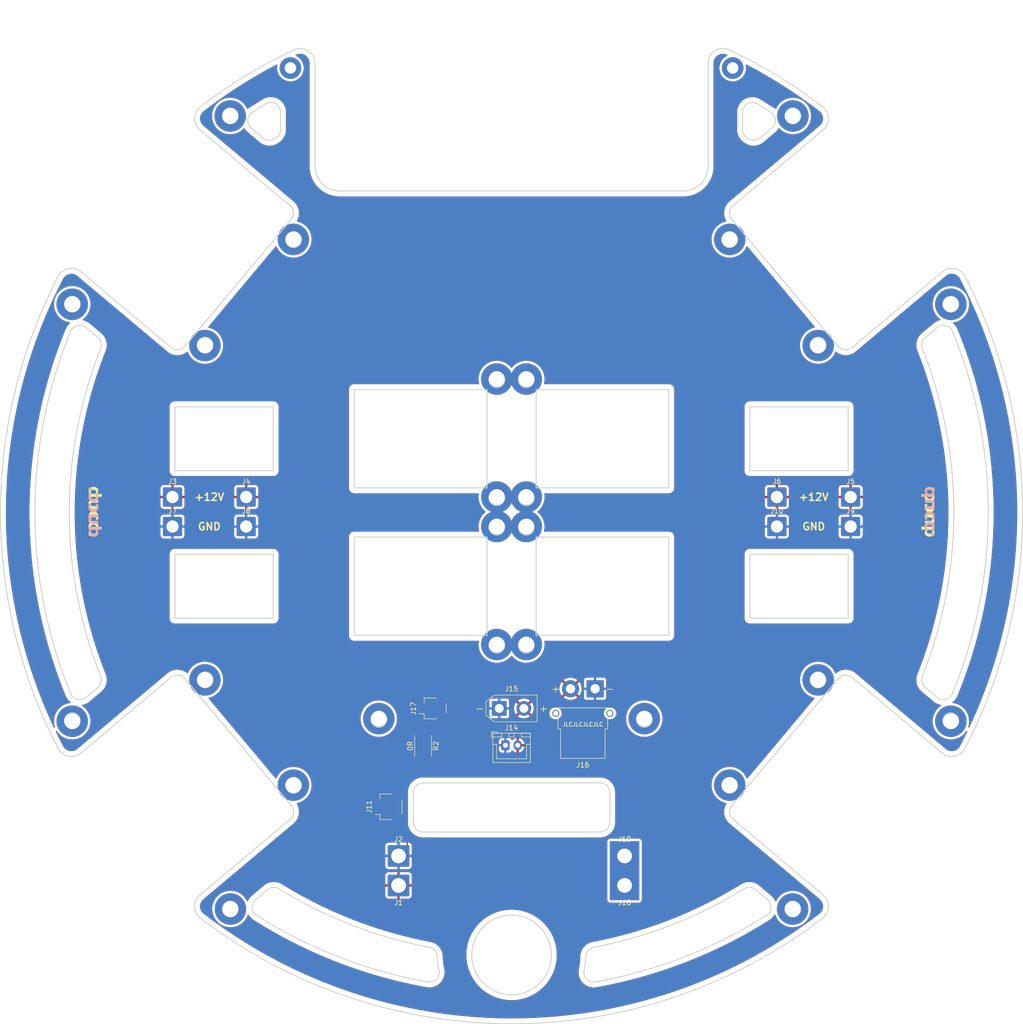
<source format=kicad_pcb>
(kicad_pcb (version 20221018) (generator pcbnew)
  (title_block (title "layer 2 pcb drawing") (date "2023-11-10") (company "8076ducc Robotics Competition Team"))
  (layers (0 "F.Cu" signal) (31 "B.Cu" signal) (34 "B.Paste" user) (35 "F.Paste" user) (36 "B.SilkS" user "B.Silkscreen") (37 "F.SilkS" user "F.Silkscreen") (38 "B.Mask" user) (39 "F.Mask" user) (44 "Edge.Cuts" user))
  (net 0 "")
  (net 1 "+12V")
  (net 2 "GND")
  (net 3 "/BATT")
  (net 4 "+3V3")
  (net 5 "Net-(J17-Pin_1)")
  (footprint "Connector_JST:JST_XH_B2B-XH-A_1x02_P2.50mm_Vertical" (layer "F.Cu") (at 103.75 152.5)
    (fp_text reference "J14" (at 1.25 -3.55) (layer "F.SilkS"))
    (fp_text value "XH2.54 2P")
    (pad "1" thru_hole roundrect (at 0 0) (size 1.7 2) (drill 1) (layers "*.Cu" "*.Mask") (roundrect_rratio 0.1470588235) (net 2 "GND"))
    (pad "2" thru_hole oval (at 2.5 0) (size 1.7 2) (drill 1) (layers "*.Cu" "*.Mask") (net 1 "+12V"))
  )
  (footprint "Connector_JST:JST_SH_SM02B-SRSS-TB_1x02-1MP_P1.00mm_Horizontal" (layer "F.Cu") (at 89 145 90)
    (fp_text reference "J17" (at 0 -3.98 90) (layer "F.SilkS"))
    (fp_text value "SH1.0 2P")
    (pad "1" smd roundrect (at -0.5 -2 90) (size 0.6 1.55) (layers "F.Cu" "F.Paste" "F.Mask") (net 5 "Net-(J17-Pin_1)"))
    (pad "2" smd roundrect (at 0.5 -2 90) (size 0.6 1.55) (layers "F.Cu" "F.Paste" "F.Mask") (net 5 "Net-(J17-Pin_1)"))
    (pad "MP" smd roundrect (at -1.8 1.875 90) (size 1.2 1.8) (layers "F.Cu" "F.Paste" "F.Mask") (roundrect_rratio 0.2083333333))
    (pad "MP" smd roundrect (at 1.8 1.875 90) (size 1.2 1.8) (layers "F.Cu" "F.Paste" "F.Mask") (roundrect_rratio 0.2083333333))
  )
  (footprint "Connector_Wire:SolderWire-2.5sqmm_1x01_D2.4mm_OD4.4mm" (layer "F.Cu") (at 128 181)
    (fp_text reference "J18" (at 0 3.5) (layer "F.SilkS"))
    (fp_text value "Conn_01x01_Female")
    (pad "1" thru_hole roundrect (at 0 0) (size 4.4 4.4) (drill 3) (layers "*.Cu" "*.Mask") (roundrect_rratio 0.05681795455) (net 3 "/BATT"))
  )
  (footprint "Connector_Wire:SolderWire-2.5sqmm_1x01_D2.4mm_OD4.4mm" (layer "F.Cu") (at 82 175)
    (fp_text reference "J2" (at 0 -3.4) (layer "F.SilkS"))
    (fp_text value "Conn_01x01_Female")
    (pad "1" thru_hole roundrect (at 0 0) (size 4.4 4.4) (drill 3) (layers "*.Cu" "*.Mask") (roundrect_rratio 0.05681795455) (net 2 "GND"))
  )
  (footprint "Connector_Wire:SolderWire-2sqmm_1x01_D2mm_OD3.9mm" (layer "F.Cu") (at 174 108)
    (fp_text reference "J9" (at 0 -3.15) (layer "F.SilkS"))
    (fp_text value "Conn_01x01_Female")
    (pad "1" thru_hole roundrect (at 0 0) (size 3.9 3.9) (drill 2.5) (layers "*.Cu" "*.Mask") (roundrect_rratio 0.06410307692) (net 2 "GND"))
  )
  (footprint "MountingHole:MountingHole_3.2mm_M3_Pad" (layer "F.Cu") (at 102 78)
    (fp_text reference "H17")
    (fp_text value "MountingHole")
    (pad "1" thru_hole circle (at 0 0) (size 6.4 6.4) (drill 3.2) (layers "*.Cu" "*.Mask"))
  )
  (footprint "MountingHole:MountingHole_3.2mm_M3_Pad" (layer "F.Cu") (at 102 108)
    (fp_text reference "H23")
    (fp_text value "MountingHole")
    (pad "1" thru_hole circle (at 0 0) (size 6.4 6.4) (drill 3.2) (layers "*.Cu" "*.Mask"))
  )
  (footprint "MountingHole:MountingHole_3.2mm_M3_Pad" (layer "F.Cu") (at 167.4 71.1913)
    (fp_text reference "H12")
    (fp_text value "MountingHole")
    (pad "1" thru_hole circle (at 0 0) (size 6.4 6.4) (drill 3.2) (layers "*.Cu" "*.Mask"))
  )
  (footprint "MountingHole:MountingHole_3.2mm_M3_Pad" (layer "F.Cu") (at 132.012016 147.075539)
    (fp_text reference "H26")
    (fp_text value "MountingHole")
    (pad "1" thru_hole circle (at 0 0) (size 6.4 6.4) (drill 3.2) (layers "*.Cu" "*.Mask"))
  )
  (footprint "Connector_AMASS:AMASS_XT30UPB-F_1x02_P5.0mm_Vertical" (layer "F.Cu") (at 102.5 145)
    (fp_text reference "J15" (at 2.5 -4) (layer "F.SilkS"))
    (fp_text value "XT30UPB-F")
    (fp_text user "-" (at -4 0) (layer "F.SilkS") (effects (font (size 1.5 1.5))))
    (fp_text user "+" (at 9 0) (layer "F.SilkS") (effects (font (size 1.5 1.5))))
    (pad "1" thru_hole rect (at 0 0) (size 3 3) (drill 1.8) (layers "*.Cu" "*.Mask") (net 2 "GND"))
    (pad "2" thru_hole circle (at 5 0) (size 3 3) (drill 1.8) (layers "*.Cu" "*.Mask") (net 1 "+12V"))
  )
  (footprint "Resistor_SMD:R_2512_6332Metric" (layer "F.Cu") (at 87 152.6375 -90)
    (fp_text reference "R2" (at 0 -2.62 -90) (layer "F.SilkS"))
    (fp_text value "0R" (at 0 2.62 -90) (layer "F.SilkS"))
    (pad "1" smd roundrect (at -2.9625 0 270) (size 1.225 3.35) (layers "F.Cu" "F.Paste" "F.Mask") (roundrect_rratio 0.2040816327) (net 5 "Net-(J17-Pin_1)"))
    (pad "2" smd roundrect (at 2.9625 0 270) (size 1.225 3.35) (layers "F.Cu" "F.Paste" "F.Mask") (roundrect_rratio 0.2040816327) (net 2 "GND"))
  )
  (footprint "MountingHole:MountingHole_2.2mm_M2_Pad" (layer "F.Cu") (at 60 14.75)
    (fp_text reference "H33")
    (fp_text value "MountingHole")
    (pad "1" thru_hole circle (at 0 0) (size 4.4 4.4) (drill 2.2) (layers "*.Cu" "*.Mask"))
  )
  (footprint "MountingHole:MountingHole_3.2mm_M3_Pad" (layer "F.Cu") (at 77.987984 147.075539)
    (fp_text reference "H25")
    (fp_text value "MountingHole")
    (pad "1" thru_hole circle (at 0 0) (size 6.4 6.4) (drill 3.2) (layers "*.Cu" "*.Mask"))
  )
  (footprint "MountingHole:MountingHole_3.2mm_M3_Pad" (layer "F.Cu") (at 42.6 139.2)
    (fp_text reference "H16")
    (fp_text value "MountingHole")
    (pad "1" thru_hole circle (at 0 0) (size 6.4 6.4) (drill 3.2) (layers "*.Cu" "*.Mask"))
  )
  (footprint "Connector_AMASS:AMASS_XT30PW-F_1x02_P2.50mm_Horizontal" (layer "F.Cu") (at 122 141 180)
    (fp_text reference "J16" (at 2.5 -15.5) (layer "F.SilkS"))
    (fp_text value "XT30PW-F")
    (fp_text user "+" (at 8 0) (layer "F.SilkS") (effects (font (size 1.5 1.5))))
    (fp_text user "-" (at -3 0) (layer "F.SilkS") (effects (font (size 1.5 1.5))))
    (pad "" thru_hole circle (at -3 -5 270) (size 1.4 1.4) (drill 1) (layers "*.Cu" "*.Mask"))
    (pad "" thru_hole circle (at 8 -5 180) (size 1.4 1.4) (drill 1) (layers "*.Cu" "*.Mask"))
    (pad "1" thru_hole rect (at 0 0 180) (size 3.5 3.5) (drill 1.9) (layers "*.Cu" "*.Mask") (net 2 "GND"))
    (pad "2" thru_hole circle (at 5 0 180) (size 3.5 3.5) (drill 1.9) (layers "*.Cu" "*.Mask") (net 1 "+12V"))
  )
  (footprint "MountingHole:MountingHole_3.2mm_M3_Pad" (layer "F.Cu") (at 108 108)
    (fp_text reference "H21")
    (fp_text value "MountingHole")
    (pad "1" thru_hole circle (at 0 0) (size 6.4 6.4) (drill 3.2) (layers "*.Cu" "*.Mask"))
  )
  (footprint "MountingHole:MountingHole_3.2mm_M3_Pad" (layer "F.Cu") (at 47.75 24.5)
    (fp_text reference "H1")
    (fp_text value "MountingHole")
    (pad "1" thru_hole circle (at 0 0) (size 6.4 6.4) (drill 3.2) (layers "*.Cu" "*.Mask"))
  )
  (footprint "Connector_Wire:SolderWire-2sqmm_1x01_D2mm_OD3.9mm" (layer "F.Cu") (at 51 108)
    (fp_text reference "J8" (at 0 -3.15) (layer "F.SilkS"))
    (fp_text value "Conn_01x01_Female")
    (pad "1" thru_hole roundrect (at 0 0) (size 3.9 3.9) (drill 2.5) (layers "*.Cu" "*.Mask") (roundrect_rratio 0.06410307692) (net 2 "GND"))
  )
  (footprint "MountingHole:MountingHole_3.2mm_M3_Pad" (layer "F.Cu") (at 42.6 71.1913)
    (fp_text reference "H9")
    (fp_text value "MountingHole")
    (pad "1" thru_hole circle (at 0 0) (size 6.4 6.4) (drill 3.2) (layers "*.Cu" "*.Mask"))
  )
  (footprint "Connector_JST:JST_SH_SM03B-SRSS-TB_1x03-1MP_P1.00mm_Horizontal" (layer "F.Cu") (at 80 165 90)
    (fp_text reference "J11" (at 0 -3.98 90) (layer "F.SilkS"))
    (fp_text value "SH1.0 3P")
    (pad "1" smd roundrect (at -1 -2 90) (size 0.6 1.55) (layers "F.Cu" "F.Paste" "F.Mask") (net 2 "GND"))
    (pad "2" smd roundrect (at 0 -2 90) (size 0.6 1.55) (layers "F.Cu" "F.Paste" "F.Mask") (net 2 "GND"))
    (pad "3" smd roundrect (at 1 -2 90) (size 0.6 1.55) (layers "F.Cu" "F.Paste" "F.Mask") (net 4 "+3V3"))
    (pad "MP" smd roundrect (at -2.3 1.875 90) (size 1.2 1.8) (layers "F.Cu" "F.Paste" "F.Mask") (roundrect_rratio 0.2083333333))
    (pad "MP" smd roundrect (at 2.3 1.875 90) (size 1.2 1.8) (layers "F.Cu" "F.Paste" "F.Mask") (roundrect_rratio 0.2083333333))
  )
  (footprint "MountingHole:MountingHole_2.2mm_M2_Pad" (layer "F.Cu") (at 150 14.75)
    (fp_text reference "H34")
    (fp_text value "MountingHole")
    (pad "1" thru_hole circle (at 0 0) (size 4.4 4.4) (drill 2.2) (layers "*.Cu" "*.Mask"))
  )
  (footprint "Connector_Wire:SolderWire-2.5sqmm_1x01_D2.4mm_OD4.4mm" (layer "F.Cu") (at 128 175)
    (fp_text reference "J19" (at 0 -3.4) (layer "F.SilkS"))
    (fp_text value "Conn_01x01_Female")
    (pad "1" thru_hole roundrect (at 0 0) (size 4.4 4.4) (drill 3) (layers "*.Cu" "*.Mask") (roundrect_rratio 0.05681795455) (net 3 "/BATT"))
  )
  (footprint "MountingHole:MountingHole_3.2mm_M3_Pad" (layer "F.Cu") (at 60.6 160.6)
    (fp_text reference "H15")
    (fp_text value "MountingHole")
    (pad "1" thru_hole circle (at 0 0) (size 6.4 6.4) (drill 3.2) (layers "*.Cu" "*.Mask"))
  )
  (footprint "MountingHole:MountingHole_3.2mm_M3_Pad" (layer "F.Cu") (at 60.6 49.6)
    (fp_text reference "H10")
    (fp_text value "MountingHole")
    (pad "1" thru_hole circle (at 0 0) (size 6.4 6.4) (drill 3.2) (layers "*.Cu" "*.Mask"))
  )
  (footprint "MountingHole:MountingHole_3.2mm_M3_Pad" (layer "F.Cu") (at 15.6 62.8)
    (fp_text reference "H8")
    (fp_text value "MountingHole")
    (pad "1" thru_hole circle (at 0 0) (size 6.4 6.4) (drill 3.2) (layers "*.Cu" "*.Mask"))
  )
  (footprint "Connector_Wire:SolderWire-2sqmm_1x01_D2mm_OD3.9mm" (layer "F.Cu") (at 159 102)
    (fp_text reference "J6" (at 0 -3.15) (layer "F.SilkS"))
    (fp_text value "Conn_01x01_Female")
    (pad "1" thru_hole roundrect (at 0 0) (size 3.9 3.9) (drill 2.5) (layers "*.Cu" "*.Mask") (roundrect_rratio 0.06410307692) (net 1 "+12V"))
  )
  (footprint "MountingHole:MountingHole_3.2mm_M3_Pad" (layer "F.Cu") (at 149.4 160.6)
    (fp_text reference "H14")
    (fp_text value "MountingHole")
    (pad "1" thru_hole circle (at 0 0) (size 6.4 6.4) (drill 3.2) (layers "*.Cu" "*.Mask"))
  )
  (footprint "Connector_Wire:SolderWire-2sqmm_1x01_D2mm_OD3.9mm" (layer "F.Cu") (at 174 102)
    (fp_text reference "J5" (at 0 -3.15) (layer "F.SilkS"))
    (fp_text value "Conn_01x01_Female")
    (pad "1" thru_hole roundrect (at 0 0) (size 3.9 3.9) (drill 2.5) (layers "*.Cu" "*.Mask") (roundrect_rratio 0.06410307692) (net 1 "+12V"))
  )
  (footprint "MountingHole:MountingHole_3.2mm_M3_Pad" (layer "F.Cu") (at 194.4 62.8)
    (fp_text reference "H3")
    (fp_text value "MountingHole")
    (pad "1" thru_hole circle (at 0 0) (size 6.4 6.4) (drill 3.2) (layers "*.Cu" "*.Mask"))
  )
  (footprint "MountingHole:MountingHole_3.2mm_M3_Pad" (layer "F.Cu") (at 149.4 49.6)
    (fp_text reference "H11")
    (fp_text value "MountingHole")
    (pad "1" thru_hole circle (at 0 0) (size 6.4 6.4) (drill 3.2) (layers "*.Cu" "*.Mask"))
  )
  (footprint "Connector_Wire:SolderWire-2sqmm_1x01_D2mm_OD3.9mm" (layer "F.Cu") (at 36 102)
    (fp_text reference "J3" (at 0 -3.15) (layer "F.SilkS"))
    (fp_text value "Conn_01x01_Female")
    (pad "1" thru_hole roundrect (at 0 0) (size 3.9 3.9) (drill 2.5) (layers "*.Cu" "*.Mask") (roundrect_rratio 0.06410307692) (net 1 "+12V"))
  )
  (footprint "MountingHole:MountingHole_3.2mm_M3_Pad" (layer "F.Cu") (at 194.4 147.6)
    (fp_text reference "H4")
    (fp_text value "MountingHole")
    (pad "1" thru_hole circle (at 0 0) (size 6.4 6.4) (drill 3.2) (layers "*.Cu" "*.Mask"))
  )
  (footprint "MountingHole:MountingHole_3.2mm_M3_Pad" (layer "F.Cu") (at 15.6 147.6)
    (fp_text reference "H7")
    (fp_text value "MountingHole")
    (pad "1" thru_hole circle (at 0 0) (size 6.4 6.4) (drill 3.2) (layers "*.Cu" "*.Mask"))
  )
  (footprint "Connector_Wire:SolderWire-2sqmm_1x01_D2mm_OD3.9mm" (layer "F.Cu") (at 51 102)
    (fp_text reference "J4" (at 0 -3.15) (layer "F.SilkS"))
    (fp_text value "Conn_01x01_Female")
    (pad "1" thru_hole roundrect (at 0 0) (size 3.9 3.9) (drill 2.5) (layers "*.Cu" "*.Mask") (roundrect_rratio 0.06410307692) (net 1 "+12V"))
  )
  (footprint "MountingHole:MountingHole_3.2mm_M3_Pad" (layer "F.Cu") (at 47.8 185.8)
    (fp_text reference "H6")
    (fp_text value "MountingHole")
    (pad "1" thru_hole circle (at 0 0) (size 6.4 6.4) (drill 3.2) (layers "*.Cu" "*.Mask"))
  )
  (footprint "MountingHole:MountingHole_3.2mm_M3_Pad" (layer "F.Cu") (at 162.25 24.5)
    (fp_text reference "H2")
    (fp_text value "MountingHole")
    (pad "1" thru_hole circle (at 0 0) (size 6.4 6.4) (drill 3.2) (layers "*.Cu" "*.Mask"))
  )
  (footprint "MountingHole:MountingHole_3.2mm_M3_Pad" (layer "F.Cu") (at 167.4 139.2)
    (fp_text reference "H13")
    (fp_text value "MountingHole")
    (pad "1" thru_hole circle (at 0 0) (size 6.4 6.4) (drill 3.2) (layers "*.Cu" "*.Mask"))
  )
  (footprint "MountingHole:MountingHole_3.2mm_M3_Pad" (layer "F.Cu") (at 108 102)
    (fp_text reference "H20")
    (fp_text value "MountingHole")
    (pad "1" thru_hole circle (at 0 0) (size 6.4 6.4) (drill 3.2) (layers "*.Cu" "*.Mask"))
  )
  (footprint "MountingHole:MountingHole_3.2mm_M3_Pad" (layer "F.Cu") (at 108 132)
    (fp_text reference "H22")
    (fp_text value "MountingHole")
    (pad "1" thru_hole circle (at 0 0) (size 6.4 6.4) (drill 3.2) (layers "*.Cu" "*.Mask"))
  )
  (footprint "Connector_Wire:SolderWire-2sqmm_1x01_D2mm_OD3.9mm" (layer "F.Cu") (at 159 108)
    (fp_text reference "J10" (at 0 -3.15) (layer "F.SilkS"))
    (fp_text value "Conn_01x01_Female")
    (pad "1" thru_hole roundrect (at 0 0) (size 3.9 3.9) (drill 2.5) (layers "*.Cu" "*.Mask") (roundrect_rratio 0.06410307692) (net 2 "GND"))
  )
  (footprint "MountingHole:MountingHole_3.2mm_M3_Pad" (layer "F.Cu") (at 102 102)
    (fp_text reference "H18")
    (fp_text value "MountingHole")
    (pad "1" thru_hole circle (at 0 0) (size 6.4 6.4) (drill 3.2) (layers "*.Cu" "*.Mask"))
  )
  (footprint "MountingHole:MountingHole_3.2mm_M3_Pad" (layer "F.Cu") (at 108 78)
    (fp_text reference "H19")
    (fp_text value "MountingHole")
    (pad "1" thru_hole circle (at 0 0) (size 6.4 6.4) (drill 3.2) (layers "*.Cu" "*.Mask"))
  )
  (footprint "Connector_Wire:SolderWire-2.5sqmm_1x01_D2.4mm_OD4.4mm" (layer "F.Cu") (at 82 181)
    (fp_text reference "J1" (at 0 3.5) (layer "F.SilkS"))
    (fp_text value "Conn_01x01_Female")
    (pad "1" thru_hole roundrect (at 0 0) (size 4.4 4.4) (drill 3) (layers "*.Cu" "*.Mask") (roundrect_rratio 0.05681795455) (net 1 "+12V"))
  )
  (footprint "MountingHole:MountingHole_3.2mm_M3_Pad" (layer "F.Cu") (at 102 132)
    (fp_text reference "H24")
    (fp_text value "MountingHole")
    (pad "1" thru_hole circle (at 0 0) (size 6.4 6.4) (drill 3.2) (layers "*.Cu" "*.Mask"))
  )
  (footprint "MountingHole:MountingHole_3.2mm_M3_Pad" (layer "F.Cu") (at 162.2 185.8)
    (fp_text reference "H5")
    (fp_text value "MountingHole")
    (pad "1" thru_hole circle (at 0 0) (size 6.4 6.4) (drill 3.2) (layers "*.Cu" "*.Mask"))
  )
  (footprint "Connector_Wire:SolderWire-2sqmm_1x01_D2mm_OD3.9mm" (layer "F.Cu") (at 36 108)
    (fp_text reference "J7" (at 0 -3.15) (layer "F.SilkS"))
    (fp_text value "Conn_01x01_Female")
    (pad "1" thru_hole roundrect (at 0 0) (size 3.9 3.9) (drill 2.5) (layers "*.Cu" "*.Mask") (roundrect_rratio 0.06410307692) (net 2 "GND"))
  )
  (gr_arc (start 197.243574 57.106756) (mid 209 105.139277) (end 197.243574 153.171798) (stroke (width 0.2)) (layer "Edge.Cuts"))
  (gr_circle (center 60 14.71804) (end 58.9 14.71804) (stroke (width 0.2)) (fill none) (layer "Edge.Cuts"))
  (gr_arc (start 21.392669 138.453152) (mid 21.474161 139.681964) (end 20.820304 140.725549) (stroke (width 0.2)) (layer "Edge.Cuts"))
  (gr_line (start 153.5 96.639277) (end 153.5 83.639277) (stroke (width 0.2)) (layer "Edge.Cuts"))
  (gr_circle (center 194.380513 147.503251) (end 192.780513 147.503251) (stroke (width 0.2)) (fill none) (layer "Edge.Cuts"))
  (gr_line (start 110 130.139277) (end 110 110.139277) (stroke (width 0.2)) (layer "Edge.Cuts"))
  (gr_circle (center 194.380513 62.775303) (end 192.780513 62.775303) (stroke (width 0.2)) (fill none) (layer "Edge.Cuts"))
  (gr_line (start 58 27.274009) (end 58 23.751317) (stroke (width 0.2)) (layer "Edge.Cuts"))
  (gr_line (start 59.929154 167.563829) (end 41.577469 182.962722) (stroke (width 0.2)) (layer "Edge.Cuts"))
  (gr_arc (start 90.22234 198.242626) (mid 89.700245 200.046593) (end 87.912719 200.62239) (stroke (width 0.2)) (layer "Edge.Cuts"))
  (gr_circle (center 15.619487 147.503251) (end 14.019487 147.503251) (stroke (width 0.2)) (fill none) (layer "Edge.Cuts"))
  (gr_line (start 20.820304 69.553005) (end 18.404256 67.525701) (stroke (width 0.2)) (layer "Edge.Cuts"))
  (gr_line (start 65 34.75) (end 65 13.75) (stroke (width 0.2)) (layer "Edge.Cuts"))
  (gr_line (start 56.5 113.639277) (end 56.5 126.639277) (stroke (width 0.2)) (layer "Edge.Cuts"))
  (gr_line (start 173.5 83.639277) (end 173.5 96.639277) (stroke (width 0.2)) (layer "Edge.Cuts"))
  (gr_line (start 56.5 126.639277) (end 36.5 126.639277) (stroke (width 0.2)) (layer "Edge.Cuts"))
  (gr_arc (start 125 168.139277) (mid 124.414214 169.553491) (end 123 170.139277) (stroke (width 0.2)) (layer "Edge.Cuts"))
  (gr_arc (start 149.824332 45.532389) (mid 149.364034 44.072503) (end 150.070846 42.714725) (stroke (width 0.2)) (layer "Edge.Cuts"))
  (gr_arc (start 188.607331 71.825402) (mid 188.525839 70.59659) (end 189.179696 69.553005) (stroke (width 0.2)) (layer "Edge.Cuts"))
  (gr_line (start 153.19757 29.132736) (end 152.934783 28.966732) (stroke (width 0.2)) (layer "Edge.Cuts"))
  (gr_line (start 100 130.139277) (end 73 130.139277) (stroke (width 0.2)) (layer "Edge.Cuts"))
  (gr_line (start 36.5 113.639277) (end 56.5 113.639277) (stroke (width 0.2)) (layer "Edge.Cuts"))
  (gr_arc (start 197.243574 153.171798) (mid 195.167803 154.728652) (end 192.654339 154.084378) (stroke (width 0.2)) (layer "Edge.Cuts"))
  (gr_circle (center 102 102.139277) (end 100.4 102.139277) (stroke (width 0.2)) (fill none) (layer "Edge.Cuts"))
  (gr_line (start 140 39.75) (end 70 39.75) (stroke (width 0.2)) (layer "Edge.Cuts"))
  (gr_line (start 73 80.139277) (end 100 80.139277) (stroke (width 0.2)) (layer "Edge.Cuts"))
  (gr_line (start 173.5 126.639277) (end 153.5 126.639277) (stroke (width 0.2)) (layer "Edge.Cuts"))
  (gr_circle (center 162.241133 24.473081) (end 160.641133 24.473081) (stroke (width 0.2)) (fill none) (layer "Edge.Cuts"))
  (gr_line (start 191.595744 67.525701) (end 189.179696 69.553005) (stroke (width 0.2)) (layer "Edge.Cuts"))
  (gr_circle (center 162.241133 185.805473) (end 160.641133 185.805473) (stroke (width 0.2)) (fill none) (layer "Edge.Cuts"))
  (gr_line (start 145 13.75) (end 145 34.75) (stroke (width 0.2)) (layer "Edge.Cuts"))
  (gr_arc (start 171.484989 138.932) (mid 172.842771 138.225171) (end 174.302653 138.685486) (stroke (width 0.2)) (layer "Edge.Cuts"))
  (gr_circle (center 167.355554 139.186097) (end 165.755554 139.186097) (stroke (width 0.2)) (fill none) (layer "Edge.Cuts"))
  (gr_line (start 17.345661 154.084378) (end 35.697347 138.685486) (stroke (width 0.2)) (layer "Edge.Cuts"))
  (gr_arc (start 145 13.75) (mid 146.392463 11.217029) (end 149.277228 11.035467) (stroke (width 0.2)) (layer "Edge.Cuts"))
  (gr_arc (start 60.722772 11.035467) (mid 63.607526 11.217047) (end 65 13.75) (stroke (width 0.2)) (layer "Edge.Cuts"))
  (gr_arc (start 120.095915 195.490482) (mid 120.570296 194.243083) (end 121.723736 193.571831) (stroke (width 0.2)) (layer "Edge.Cuts"))
  (gr_line (start 123 160.139277) (end 87 160.139277) (stroke (width 0.2)) (layer "Edge.Cuts"))
  (gr_line (start 56.80243 29.132736) (end 57.065217 28.966732) (stroke (width 0.2)) (layer "Edge.Cuts"))
  (gr_circle (center 149.357501 49.643212) (end 147.757501 49.643212) (stroke (width 0.2)) (fill none) (layer "Edge.Cuts"))
  (gr_line (start 157.961635 26.955716) (end 155.554203 28.975791) (stroke (width 0.2)) (layer "Edge.Cuts"))
  (gr_arc (start 156.863102 187.110117) (mid 140.130958 195.553965) (end 122.087281 200.62239) (stroke (width 0.2)) (layer "Edge.Cuts"))
  (gr_circle (center 108 78.139277) (end 106.4 78.139277) (stroke (width 0.2)) (fill none) (layer "Edge.Cuts"))
  (gr_circle (center 108 132.139277) (end 106.4 132.139277) (stroke (width 0.2)) (fill none) (layer "Edge.Cuts"))
  (gr_arc (start 88.276264 193.571831) (mid 89.429672 194.243111) (end 89.904085 195.490482) (stroke (width 0.2)) (layer "Edge.Cuts"))
  (gr_line (start 173.5 96.639277) (end 153.5 96.639277) (stroke (width 0.2)) (layer "Edge.Cuts"))
  (gr_line (start 150.070846 42.714725) (end 168.422531 27.315832) (stroke (width 0.2)) (layer "Edge.Cuts"))
  (gr_arc (start 20.820304 69.553005) (mid 21.474135 70.596597) (end 21.392669 71.825402) (stroke (width 0.2)) (layer "Edge.Cuts"))
  (gr_line (start 137 130.139277) (end 110 130.139277) (stroke (width 0.2)) (layer "Edge.Cuts"))
  (gr_circle (center 132.012016 147.214816) (end 130.412016 147.214816) (stroke (width 0.2)) (fill none) (layer "Edge.Cuts"))
  (gr_circle (center 102 78.139277) (end 100.4 78.139277) (stroke (width 0.2)) (fill none) (layer "Edge.Cuts"))
  (gr_line (start 100 100.139277) (end 73 100.139277) (stroke (width 0.2)) (layer "Edge.Cuts"))
  (gr_arc (start 174.302653 71.593068) (mid 172.842774 72.053352) (end 171.484989 71.346554) (stroke (width 0.2)) (layer "Edge.Cuts"))
  (gr_line (start 155.031579 22.037886) (end 157.763977 23.745403) (stroke (width 0.2)) (layer "Edge.Cuts"))
  (gr_line (start 100 80.139277) (end 100 100.139277) (stroke (width 0.2)) (layer "Edge.Cuts"))
  (gr_line (start 35.697347 71.593068) (end 17.345661 56.194176) (stroke (width 0.2)) (layer "Edge.Cuts"))
  (gr_line (start 73 100.139277) (end 73 80.139277) (stroke (width 0.2)) (layer "Edge.Cuts"))
  (gr_line (start 73 110.139277) (end 100 110.139277) (stroke (width 0.2)) (layer "Edge.Cuts"))
  (gr_arc (start 41.679272 187.640704) (mid 40.506546 185.326134) (end 41.577469 182.962722) (stroke (width 0.2)) (layer "Edge.Cuts"))
  (gr_arc (start 12.756426 57.106756) (mid 14.832197 55.549902) (end 17.345661 56.194176) (stroke (width 0.2)) (layer "Edge.Cuts"))
  (gr_arc (start 194.731452 68.298179) (mid 202 105.139277) (end 194.731452 141.980375) (stroke (width 0.2)) (layer "Edge.Cuts"))
  (gr_arc (start 191.595744 67.525701) (mid 193.359715 67.115847) (end 194.731452 68.298179) (stroke (width 0.2)) (layer "Edge.Cuts"))
  (gr_arc (start 152.326023 181.691531) (mid 153.522007 181.397909) (end 154.663287 181.860603) (stroke (width 0.2)) (layer "Edge.Cuts"))
  (gr_line (start 168.422531 182.962722) (end 150.070846 167.563829) (stroke (width 0.2)) (layer "Edge.Cuts"))
  (gr_arc (start 123 160.139277) (mid 124.414214 160.725063) (end 125 162.139277) (stroke (width 0.2)) (layer "Edge.Cuts"))
  (gr_line (start 189.179696 140.725549) (end 191.595744 142.752853) (stroke (width 0.2)) (layer "Edge.Cuts"))
  (gr_arc (start 58 27.274009) (mid 57.750764 28.24084) (end 57.065217 28.966732) (stroke (width 0.2)) (layer "Edge.Cuts"))
  (gr_circle (center 108 108.139277) (end 106.4 108.139277) (stroke (width 0.2)) (fill none) (layer "Edge.Cuts"))
  (gr_line (start 137 80.139277) (end 137 100.139277) (stroke (width 0.2)) (layer "Edge.Cuts"))
  (gr_line (start 110 80.139277) (end 137 80.139277) (stroke (width 0.2)) (layer "Edge.Cuts"))
  (gr_circle (center 60.642499 49.643212) (end 59.042499 49.643212) (stroke (width 0.2)) (fill none) (layer "Edge.Cuts"))
  (gr_circle (center 150 14.71804) (end 148.9 14.71804) (stroke (width 0.2)) (fill none) (layer "Edge.Cuts"))
  (gr_arc (start 41.679272 22.63785) (mid 50.889152 16.324773) (end 60.722772 11.035467) (stroke (width 0.2)) (layer "Edge.Cuts"))
  (gr_line (start 171.484989 71.346554) (end 149.824332 45.532389) (stroke (width 0.2)) (layer "Edge.Cuts"))
  (gr_arc (start 150.070846 167.563829) (mid 149.364029 166.206051) (end 149.824332 164.746165) (stroke (width 0.2)) (layer "Edge.Cuts"))
  (gr_arc (start 21.392669 138.453152) (mid 15 105.139277) (end 21.392669 71.825402) (stroke (width 0.2)) (layer "Edge.Cuts"))
  (gr_line (start 125 168.139277) (end 125 162.139277) (stroke (width 0.2)) (layer "Edge.Cuts"))
  (gr_arc (start 152.934783 28.966732) (mid 152.249212 28.240853) (end 152 27.274009) (stroke (width 0.2)) (layer "Edge.Cuts"))
  (gr_circle (center 42.644446 139.186097) (end 41.044446 139.186097) (stroke (width 0.2)) (fill none) (layer "Edge.Cuts"))
  (gr_arc (start 168.320728 187.640704) (mid 105 209.139277) (end 41.679272 187.640704) (stroke (width 0.2)) (layer "Edge.Cuts"))
  (gr_line (start 56.5 96.639277) (end 36.5 96.639277) (stroke (width 0.2)) (layer "Edge.Cuts"))
  (gr_line (start 60.175668 45.532389) (end 38.515011 71.346554) (stroke (width 0.2)) (layer "Edge.Cuts"))
  (gr_line (start 52.038365 26.955716) (end 54.445797 28.975791) (stroke (width 0.2)) (layer "Edge.Cuts"))
  (gr_arc (start 12.756426 153.171798) (mid 1 105.139277) (end 12.756426 57.106756) (stroke (width 0.2)) (layer "Edge.Cuts"))
  (gr_arc (start 157.079335 183.887908) (mid 157.789272 185.55391) (end 156.863102 187.110117) (stroke (width 0.2)) (layer "Edge.Cuts"))
  (gr_arc (start 188.607331 71.825402) (mid 195 105.139277) (end 188.607331 138.453152) (stroke (width 0.2)) (layer "Edge.Cuts"))
  (gr_line (start 85 162.139277) (end 85 168.139277) (stroke (width 0.2)) (layer "Edge.Cuts"))
  (gr_line (start 153.5 126.639277) (end 153.5 113.639277) (stroke (width 0.2)) (layer "Edge.Cuts"))
  (gr_arc (start 88.276264 193.571831) (mid 72.428873 189.038751) (end 57.673977 181.691531) (stroke (width 0.2)) (layer "Edge.Cuts"))
  (gr_line (start 192.654339 56.194176) (end 174.302653 71.593068) (stroke (width 0.2)) (layer "Edge.Cuts"))
  (gr_line (start 36.5 126.639277) (end 36.5 113.639277) (stroke (width 0.2)) (layer "Edge.Cuts"))
  (gr_arc (start 60.175668 164.746165) (mid 60.635999 166.206065) (end 59.929154 167.563829) (stroke (width 0.2)) (layer "Edge.Cuts"))
  (gr_arc (start 15.268548 141.980375) (mid 8 105.139277) (end 15.268548 68.298179) (stroke (width 0.2)) (layer "Edge.Cuts"))
  (gr_line (start 55.336713 181.860603) (end 52.920665 183.887908) (stroke (width 0.2)) (layer "Edge.Cuts"))
  (gr_arc (start 145 34.75) (mid 143.535526 38.285519) (end 140 39.75) (stroke (width 0.2)) (layer "Edge.Cuts"))
  (gr_arc (start 54.968421 22.037886) (mid 56.984076 22.010168) (end 58 23.751317) (stroke (width 0.2)) (layer "Edge.Cuts"))
  (gr_arc (start 194.731452 141.980375) (mid 193.359715 143.162707) (end 191.595744 142.752853) (stroke (width 0.2)) (layer "Edge.Cuts"))
  (gr_arc (start 152.326023 181.691531) (mid 137.571127 189.038751) (end 121.723736 193.571831) (stroke (width 0.2)) (layer "Edge.Cuts"))
  (gr_line (start 18.404256 142.752853) (end 20.820304 140.725549) (stroke (width 0.2)) (layer "Edge.Cuts"))
  (gr_line (start 38.515011 138.932) (end 60.175668 164.746165) (stroke (width 0.2)) (layer "Edge.Cuts"))
  (gr_arc (start 41.577469 27.315832) (mid 40.506514 24.952419) (end 41.679272 22.63785) (stroke (width 0.2)) (layer "Edge.Cuts"))
  (gr_line (start 110 110.139277) (end 137 110.139277) (stroke (width 0.2)) (layer "Edge.Cuts"))
  (gr_arc (start 168.320728 22.63785) (mid 169.493458 24.952427) (end 168.422531 27.315832) (stroke (width 0.2)) (layer "Edge.Cuts"))
  (gr_arc (start 87.912719 200.62239) (mid 69.869042 195.553965) (end 53.136898 187.110117) (stroke (width 0.2)) (layer "Edge.Cuts"))
  (gr_arc (start 52.038365 26.955716) (mid 51.327746 25.300743) (end 52.236023 23.745403) (stroke (width 0.2)) (layer "Edge.Cuts"))
  (gr_arc (start 15.268548 68.298179) (mid 16.640289 67.115826) (end 18.404256 67.525701) (stroke (width 0.2)) (layer "Edge.Cuts"))
  (gr_line (start 149.824332 164.746165) (end 171.484989 138.932) (stroke (width 0.2)) (layer "Edge.Cuts"))
  (gr_arc (start 152 23.751317) (mid 153.015908 22.010139) (end 155.031579 22.037886) (stroke (width 0.2)) (layer "Edge.Cuts"))
  (gr_circle (center 77.987984 147.214816) (end 76.387984 147.214816) (stroke (width 0.2)) (fill none) (layer "Edge.Cuts"))
  (gr_line (start 87 170.139277) (end 123 170.139277) (stroke (width 0.2)) (layer "Edge.Cuts"))
  (gr_line (start 73 130.139277) (end 73 110.139277) (stroke (width 0.2)) (layer "Edge.Cuts"))
  (gr_arc (start 70 39.75) (mid 66.464458 38.285535) (end 65 34.75) (stroke (width 0.2)) (layer "Edge.Cuts"))
  (gr_arc (start 90.22234 198.242626) (mid 89.999958 196.873869) (end 89.904085 195.490482) (stroke (width 0.2)) (layer "Edge.Cuts"))
  (gr_arc (start 18.404256 142.752853) (mid 16.640298 143.162694) (end 15.268548 141.980375) (stroke (width 0.2)) (layer "Edge.Cuts"))
  (gr_arc (start 35.697347 138.685486) (mid 37.157226 138.225202) (end 38.515011 138.932) (stroke (width 0.2)) (layer "Edge.Cuts"))
  (gr_arc (start 85 162.139277) (mid 85.585786 160.725063) (end 87 160.139277) (stroke (width 0.2)) (layer "Edge.Cuts"))
  (gr_arc (start 87 170.139277) (mid 85.585786 169.553491) (end 85 168.139277) (stroke (width 0.2)) (layer "Edge.Cuts"))
  (gr_arc (start 55.336713 181.860603) (mid 56.477991 181.397894) (end 57.673977 181.691531) (stroke (width 0.2)) (layer "Edge.Cuts"))
  (gr_circle (center 108 102.139277) (end 106.4 102.139277) (stroke (width 0.2)) (fill none) (layer "Edge.Cuts"))
  (gr_line (start 173.5 113.639277) (end 173.5 126.639277) (stroke (width 0.2)) (layer "Edge.Cuts"))
  (gr_line (start 54.968421 22.037886) (end 52.236023 23.745403) (stroke (width 0.2)) (layer "Edge.Cuts"))
  (gr_arc (start 56.80243 29.132736) (mid 55.598479 29.439262) (end 54.445797 28.975791) (stroke (width 0.2)) (layer "Edge.Cuts"))
  (gr_line (start 174.302653 138.685486) (end 192.654339 154.084378) (stroke (width 0.2)) (layer "Edge.Cuts"))
  (gr_line (start 137 110.139277) (end 137 130.139277) (stroke (width 0.2)) (layer "Edge.Cuts"))
  (gr_line (start 152 27.274009) (end 152 23.751317) (stroke (width 0.2)) (layer "Edge.Cuts"))
  (gr_circle (center 47.758867 24.473081) (end 46.158867 24.473081) (stroke (width 0.2)) (fill none) (layer "Edge.Cuts"))
  (gr_arc (start 192.654339 56.194176) (mid 195.167802 55.549921) (end 197.243574 57.106756) (stroke (width 0.2)) (layer "Edge.Cuts"))
  (gr_circle (center 102 108.139277) (end 100.4 108.139277) (stroke (width 0.2)) (fill none) (layer "Edge.Cuts"))
  (gr_arc (start 149.277228 11.035467) (mid 159.110848 16.324773) (end 168.320728 22.63785) (stroke (width 0.2)) (layer "Edge.Cuts"))
  (gr_line (start 100 110.139277) (end 100 130.139277) (stroke (width 0.2)) (layer "Edge.Cuts"))
  (gr_line (start 41.577469 27.315832) (end 59.929154 42.714725) (stroke (width 0.2)) (layer "Edge.Cuts"))
  (gr_arc (start 157.763977 23.745403) (mid 158.67228 25.30072) (end 157.961635 26.955716) (stroke (width 0.2)) (layer "Edge.Cuts"))
  (gr_circle (center 167.355554 71.092457) (end 165.755554 71.092457) (stroke (width 0.2)) (fill none) (layer "Edge.Cuts"))
  (gr_circle (center 47.758867 185.805473) (end 46.158867 185.805473) (stroke (width 0.2)) (fill none) (layer "Edge.Cuts"))
  (gr_circle (center 15.619487 62.775303) (end 14.019487 62.775303) (stroke (width 0.2)) (fill none) (layer "Edge.Cuts"))
  (gr_circle (center 105 195.139277) (end 96.9 195.139277) (stroke (width 0.2)) (fill none) (layer "Edge.Cuts"))
  (gr_arc (start 122.087281 200.62239) (mid 120.299793 200.046557) (end 119.77766 198.242626) (stroke (width 0.2)) (layer "Edge.Cuts"))
  (gr_arc (start 17.345661 154.084378) (mid 14.832199 154.72864) (end 12.756426 153.171798) (stroke (width 0.2)) (layer "Edge.Cuts"))
  (gr_line (start 36.5 96.639277) (end 36.5 83.639277) (stroke (width 0.2)) (layer "Edge.Cuts"))
  (gr_arc (start 53.136898 187.110117) (mid 52.210694 185.553903) (end 52.920665 183.887908) (stroke (width 0.2)) (layer "Edge.Cuts"))
  (gr_line (start 157.079335 183.887908) (end 154.663287 181.860603) (stroke (width 0.2)) (layer "Edge.Cuts"))
  (gr_circle (center 102 132.139277) (end 100.4 132.139277) (stroke (width 0.2)) (fill none) (layer "Edge.Cuts"))
  (gr_arc (start 38.515011 71.346554) (mid 37.157229 72.053383) (end 35.697347 71.593068) (stroke (width 0.2)) (layer "Edge.Cuts"))
  (gr_arc (start 168.422531 182.962722) (mid 169.49346 185.326127) (end 168.320728 187.640704) (stroke (width 0.2)) (layer "Edge.Cuts"))
  (gr_line (start 110 100.139277) (end 110 80.139277) (stroke (width 0.2)) (layer "Edge.Cuts"))
  (gr_circle (center 149.357501 160.635342) (end 147.757501 160.635342) (stroke (width 0.2)) (fill none) (layer "Edge.Cuts"))
  (gr_arc (start 189.179696 140.725549) (mid 188.525844 139.681957) (end 188.607331 138.453152) (stroke (width 0.2)) (layer "Edge.Cuts"))
  (gr_circle (center 42.644446 71.092457) (end 41.044446 71.092457) (stroke (width 0.2)) (fill none) (layer "Edge.Cuts"))
  (gr_line (start 36.5 83.639277) (end 56.5 83.639277) (stroke (width 0.2)) (layer "Edge.Cuts"))
  (gr_line (start 56.5 83.639277) (end 56.5 96.639277) (stroke (width 0.2)) (layer "Edge.Cuts"))
  (gr_arc (start 59.929154 42.714725) (mid 60.63595 44.072494) (end 60.175668 45.532389) (stroke (width 0.2)) (layer "Edge.Cuts"))
  (gr_line (start 137 100.139277) (end 110 100.139277) (stroke (width 0.2)) (layer "Edge.Cuts"))
  (gr_arc (start 155.554203 28.975791) (mid 154.401523 29.439292) (end 153.19757 29.132736) (stroke (width 0.2)) (layer "Edge.Cuts"))
  (gr_line (start 153.5 83.639277) (end 173.5 83.639277) (stroke (width 0.2)) (layer "Edge.Cuts"))
  (gr_circle (center 60.642499 160.635342) (end 59.042499 160.635342) (stroke (width 0.2)) (fill none) (layer "Edge.Cuts"))
  (gr_line (start 153.5 113.639277) (end 173.5 113.639277) (stroke (width 0.2)) (layer "Edge.Cuts"))
  (gr_arc (start 120.095915 195.490482) (mid 120.000039 196.873868) (end 119.77766 198.242626) (stroke (width 0.2)) (layer "Edge.Cuts"))
  (gr_text "ducc." (at 20 105 -90) (layer "B.SilkS") (effects (font (size 2.5 2.5) (thickness 0.25) bold) (justify mirror)))
  (gr_text "ducc." (at 190 105 90) (layer "B.SilkS") (effects (font (size 2.5 2.5) (thickness 0.25) bold) (justify mirror)))
  (gr_text "ducc." (at 190 105 90) (layer "F.SilkS") (effects (font (size 2.5 2.5) (thickness 0.25) bold)))
  (gr_text "ducc." (at 20 105 270) (layer "F.SilkS") (effects (font (size 2.5 2.5) (thickness 0.25) bold)))
  (gr_text "GND" (at 43.5 108) (layer "F.SilkS") (effects (font (size 1.5 1.5) (thickness 0.3) bold)))
  (gr_text "+12V" (at 43.5 102) (layer "F.SilkS") (effects (font (size 1.5 1.5) (thickness 0.3) bold)))
  (gr_text "GND" (at 166.5 108) (layer "F.SilkS") (effects (font (size 1.5 1.5) (thickness 0.3) bold)))
  (gr_text "+12V" (at 166.5 102) (layer "F.SilkS") (effects (font (size 1.5 1.5) (thickness 0.3) bold)))
  (gr_text "JLCJLCJLCJLC" (at 119.5 148.25) (layer "F.SilkS") (effects (font (size 0.8 0.8) (thickness 0.15) bold)))
  (segment (start 82 171.4) (end 82 175) (width 0.25) (layer "F.Cu") (net 2))
  (segment (start 78 165) (end 78.8 165) (width 0.25) (layer "F.Cu") (net 2))
  (segment (start 83.775 160.625) (end 83.775 173.225) (width 0.25) (layer "F.Cu") (net 2))
  (segment (start 79.4 165.6) (end 79.4 167.6) (width 0.25) (layer "F.Cu") (net 2))
  (segment (start 79.4 167.6) (end 82 170.2) (width 0.25) (layer "F.Cu") (net 2))
  (segment (start 78.8 165) (end 79.4 165.6) (width 0.25) (layer "F.Cu") (net 2))
  (segment (start 78 167.4) (end 82 171.4) (width 0.25) (layer "F.Cu") (net 2))
  (segment (start 78 166) (end 78 167.4) (width 0.25) (layer "F.Cu") (net 2))
  (segment (start 82 170.2) (end 82 171.4) (width 0.25) (layer "F.Cu") (net 2))
  (segment (start 87 155.6) (end 87 157.4) (width 0.25) (layer "F.Cu") (net 2))
  (segment (start 87 157.4) (end 83.775 160.625) (width 0.25) (layer "F.Cu") (net 2))
  (segment (start 83.775 173.225) (end 82 175) (width 0.25) (layer "F.Cu") (net 2))
  (segment (start 87 144.5) (end 87 145.5) (width 0.25) (layer "F.Cu") (net 5))
  (segment (start 87 145.5) (end 87 149.675) (width 0.25) (layer "F.Cu") (net 5))
  (zone (net 1) (net_name "+12V") (layer "F.Cu") (connect_pads (clearance 0.508)) (min_thickness 0.25) (fill yes (thermal_gap 0.5) (thermal_bridge_width 0.5))
    (polygon (pts (xy 108.04652 0.944588) (xy 110.076244 1.02384) (xy 112.104035 1.142681) (xy 114.129122 1.301065) (xy 116.150733 1.498932) (xy 118.168098 1.736206) (xy 120.180449 2.012797) (xy 122.187021 2.3286) (xy 124.187049 2.683495) (xy 126.179771 3.077346) (xy 128.164429 3.510004) (xy 130.140268 3.981304) (xy 132.106534 4.491066) (xy 134.06248 5.039096) (xy 136.00736 5.625186) (xy 137.940435 6.249113) (xy 139.860968 6.910638) (xy 141.768227 7.60951) (xy 143.661487 8.345464) (xy 145.540027 9.118218) (xy 147.403132 9.927478) (xy 149.250092 10.772937) (xy 151.080203 11.654272) (xy 152.89277 12.571149) (xy 154.687102 13.523217) (xy 156.462516 14.510114) (xy 158.218336 15.531465) (xy 159.953894 16.586881) (xy 161.668527 17.67596) (xy 163.361585 18.798286) (xy 165.032422 19.953434) (xy 166.680401 21.140963) (xy 168.304896 22.36042) (xy 169.905288 23.611343) (xy 171.480968 24.893253) (xy 173.031336 26.205664) (xy 174.5558 27.548075) (xy 176.053782 28.919976) (xy 177.524711 30.320844) (xy 178.968026 31.750146) (xy 180.383178 33.207337) (xy 181.769628 34.691862) (xy 183.126849 36.203158) (xy 184.454323 37.740647) (xy 185.751545 39.303745) (xy 187.018022 40.891856) (xy 188.253271 42.504377) (xy 189.456821 44.140692) (xy 190.628215 45.800179) (xy 191.767007 47.482206) (xy 192.872762 49.186133) (xy 193.94506 50.911311) (xy 194.983493 52.657082) (xy 195.987665 54.422783) (xy 196.957194 56.207741) (xy 197.891711 58.011277) (xy 198.790859 59.832703) (xy 199.654297 61.671326) (xy 200.481696 63.526447) (xy 201.272741 65.397358) (xy 202.027131 67.283348) (xy 202.744578 69.183698) (xy 203.424809 71.097685) (xy 204.067566 73.02458) (xy 204.672602 74.96365) (xy 205.23969 76.914156) (xy 205.768611 78.875356) (xy 206.259165 80.846502) (xy 206.711165 82.826845) (xy 207.12444 84.81563) (xy 207.498831 86.8121) (xy 207.834196 88.815495) (xy 208.130407 90.825052) (xy 208.387352 92.840006) (xy 208.604933 94.85959) (xy 208.783066 96.883035) (xy 208.921685 98.909571) (xy 209.020736 100.938425) (xy 209.080182 102.968826) (xy 209.1 105) (xy 209.080182 107.031174) (xy 209.020736 109.061575) (xy 208.921685 111.090429) (xy 208.783066 113.116965) (xy 208.604933 115.14041) (xy 208.387352 117.159994) (xy 208.130407 119.174948) (xy 207.834196 121.184505) (xy 207.498831 123.1879) (xy 207.12444 125.18437) (xy 206.711165 127.173155) (xy 206.259165 129.153498) (xy 205.768611 131.124644) (xy 205.23969 133.085844) (xy 204.672602 135.03635) (xy 204.067566 136.97542) (xy 203.424809 138.902315) (xy 202.744578 140.816302) (xy 202.027131 142.716652) (xy 201.272741 144.602642) (xy 200.481696 146.473553) (xy 199.654297 148.328674) (xy 198.790859 150.167297) (xy 197.891711 151.988723) (xy 196.957194 153.792259) (xy 195.987665 155.577217) (xy 194.983493 157.342918) (xy 193.94506 159.088689) (xy 192.872762 160.813867) (xy 191.767007 162.517794) (xy 190.628215 164.199821) (xy 189.456821 165.859308) (xy 188.253271 167.495623) (xy 187.018022 169.108144) (xy 185.751545 170.696255) (xy 184.454323 172.259353) (xy 183.126849 173.796842) (xy 181.769628 175.308138) (xy 180.383178 176.792663) (xy 178.968026 178.249854) (xy 177.524711 179.679156) (xy 176.053782 181.080024) (xy 174.5558 182.451925) (xy 173.031336 183.794336) (xy 171.480968 185.106747) (xy 169.905288 186.388657) (xy 168.304896 187.63958) (xy 166.680401 188.859037) (xy 165.032422 190.046566) (xy 163.361585 191.201714) (xy 161.668527 192.32404) (xy 159.953894 193.413119) (xy 158.218336 194.468535) (xy 156.462516 195.489886) (xy 154.687102 196.476783) (xy 152.89277 197.428851) (xy 151.080203 198.345728) (xy 149.250092 199.227063) (xy 147.403132 200.072522) (xy 145.540027 200.881782) (xy 143.661487 201.654536) (xy 141.768227 202.39049) (xy 139.860968 203.089362) (xy 137.940435 203.750887) (xy 136.00736 204.374814) (xy 134.06248 204.960904) (xy 132.106534 205.508934) (xy 130.140268 206.018696) (xy 128.164429 206.489996) (xy 126.179771 206.922654) (xy 124.187049 207.316505) (xy 122.187021 207.6714) (xy 120.180449 207.987203) (xy 118.168098 208.263794) (xy 116.150733 208.501068) (xy 114.129122 208.698935) (xy 112.104035 208.857319) (xy 110.076244 208.97616) (xy 108.04652 209.055412) (xy 106.015635 209.095045) (xy 103.984365 209.095045) (xy 101.95348 209.055412) (xy 99.923756 208.97616) (xy 97.895965 208.857319) (xy 95.870878 208.698935) (xy 93.849267 208.501068) (xy 91.831902 208.263794) (xy 89.819551 207.987203) (xy 87.812979 207.6714) (xy 85.812951 207.316505) (xy 83.820229 206.922654) (xy 81.835571 206.489996) (xy 79.859732 206.018696) (xy 77.893466 205.508934) (xy 75.93752 204.960904) (xy 73.99264 204.374814) (xy 72.059565 203.750887) (xy 70.139032 203.089362) (xy 68.231773 202.39049) (xy 66.338513 201.654536) (xy 64.459973 200.881782) (xy 62.596868 200.072522) (xy 60.749908 199.227063) (xy 58.919797 198.345728) (xy 57.10723 197.428851) (xy 55.312898 196.476783) (xy 53.537484 195.489886) (xy 51.781664 194.468535) (xy 50.046106 193.413119) (xy 48.331473 192.32404) (xy 46.638415 191.201714) (xy 44.967578 190.046566) (xy 43.319599 188.859037) (xy 41.695104 187.63958) (xy 40.094712 186.388657) (xy 38.519032 185.106747) (xy 36.968664 183.794336) (xy 35.4442 182.451925) (xy 33.946218 181.080024) (xy 32.475289 179.679156) (xy 31.031974 178.249854) (xy 29.616822 176.792663) (xy 28.230372 175.308138) (xy 26.873151 173.796842) (xy 25.545677 172.259353) (xy 24.248455 170.696255) (xy 22.981978 169.108144) (xy 21.746729 167.495623) (xy 20.543179 165.859308) (xy 19.371785 164.199821) (xy 18.232993 162.517794) (xy 17.127238 160.813867) (xy 16.05494 159.088689) (xy 15.016507 157.342918) (xy 14.012335 155.577217) (xy 13.042806 153.792259) (xy 12.108289 151.988723) (xy 11.209141 150.167297) (xy 10.345703 148.328674) (xy 9.518304 146.473553) (xy 8.727259 144.602642) (xy 7.972869 142.716652) (xy 7.255422 140.816302) (xy 6.575191 138.902315) (xy 5.932434 136.97542) (xy 5.327398 135.03635) (xy 4.76031 133.085844) (xy 4.231389 131.124644) (xy 3.740835 129.153498) (xy 3.288835 127.173155) (xy 2.87556 125.18437) (xy 2.501169 123.1879) (xy 2.165804 121.184505) (xy 1.869593 119.174948) (xy 1.612648 117.159994) (xy 1.395067 115.14041) (xy 1.216934 113.116965) (xy 1.078315 111.090429) (xy 0.979264 109.061575) (xy 0.919818 107.031174) (xy 0.9 105) (xy 0.919818 102.968826) (xy 0.979264 100.938425) (xy 1.078315 98.909571) (xy 1.216934 96.883035) (xy 1.395067 94.85959) (xy 1.612648 92.840006) (xy 1.869593 90.825052) (xy 2.165804 88.815495) (xy 2.501169 86.8121) (xy 2.87556 84.81563) (xy 3.288835 82.826845) (xy 3.740835 80.846502) (xy 4.231389 78.875356) (xy 4.76031 76.914156) (xy 5.327398 74.96365) (xy 5.932434 73.02458) (xy 6.575191 71.097685) (xy 7.255422 69.183698) (xy 7.972869 67.283348) (xy 8.727259 65.397358) (xy 9.518304 63.526447) (xy 10.345703 61.671326) (xy 11.209141 59.832703) (xy 12.108289 58.011277) (xy 13.042806 56.207741) (xy 14.012335 54.422783) (xy 15.016507 52.657082) (xy 16.05494 50.911311) (xy 17.127238 49.186133) (xy 18.232993 47.482206) (xy 19.371785 45.800179) (xy 20.543179 44.140692) (xy 21.746729 42.504377) (xy 22.981978 40.891856) (xy 24.248455 39.303745) (xy 25.545677 37.740647) (xy 26.873151 36.203158) (xy 28.230372 34.691862) (xy 29.616822 33.207337) (xy 31.031974 31.750146) (xy 32.475289 30.320844) (xy 33.946218 28.919976) (xy 35.4442 27.548075) (xy 36.968664 26.205664) (xy 38.519032 24.893253) (xy 40.094712 23.611343) (xy 41.695104 22.36042) (xy 43.319599 21.140963) (xy 44.967578 19.953434) (xy 46.638415 18.798286) (xy 48.331473 17.67596) (xy 50.046106 16.586881) (xy 51.781664 15.531465) (xy 53.537484 14.510114) (xy 55.312898 13.523217) (xy 57.10723 12.571149) (xy 58.919797 11.654272) (xy 60.749908 10.772937) (xy 62.596868 9.927478) (xy 64.459973 9.118218) (xy 66.338513 8.345464) (xy 68.231773 7.60951) (xy 70.139032 6.910638) (xy 72.059565 6.249113) (xy 73.99264 5.625186) (xy 75.93752 5.039096) (xy 77.893466 4.491066) (xy 79.859732 3.981304) (xy 81.835571 3.510004) (xy 83.820229 3.077346) (xy 85.812951 2.683495) (xy 87.812979 2.3286) (xy 89.819551 2.012797) (xy 91.831902 1.736206) (xy 93.849267 1.498932) (xy 95.870878 1.301065) (xy 97.895965 1.142681) (xy 99.923756 1.02384) (xy 101.95348 0.944588) (xy 103.984365 0.904955) (xy 106.015635 0.904955)))
  )
  (zone (net 3) (net_name "/BATT") (layers "F&B.Cu") (priority 1) (connect_pads yes (clearance 0.508)) (min_thickness 0.25) (fill yes (thermal_gap 0.5) (thermal_bridge_width 0.5))
    (polygon (pts (xy 125 184) (xy 131 184) (xy 131 172) (xy 125 172)))
  )
  (zone (net 2) (net_name "GND") (layer "B.Cu") (connect_pads (clearance 0.508)) (min_thickness 0.25) (fill yes (thermal_gap 0.5) (thermal_bridge_width 0.5))
    (polygon (pts (xy 108.04652 0.944588) (xy 110.076244 1.02384) (xy 112.104035 1.142681) (xy 114.129122 1.301065) (xy 116.150733 1.498932) (xy 118.168098 1.736206) (xy 120.180449 2.012797) (xy 122.187021 2.3286) (xy 124.187049 2.683495) (xy 126.179771 3.077346) (xy 128.164429 3.510004) (xy 130.140268 3.981304) (xy 132.106534 4.491066) (xy 134.06248 5.039096) (xy 136.00736 5.625186) (xy 137.940435 6.249113) (xy 139.860968 6.910638) (xy 141.768227 7.60951) (xy 143.661487 8.345464) (xy 145.540027 9.118218) (xy 147.403132 9.927478) (xy 149.250092 10.772937) (xy 151.080203 11.654272) (xy 152.89277 12.571149) (xy 154.687102 13.523217) (xy 156.462516 14.510114) (xy 158.218336 15.531465) (xy 159.953894 16.586881) (xy 161.668527 17.67596) (xy 163.361585 18.798286) (xy 165.032422 19.953434) (xy 166.680401 21.140963) (xy 168.304896 22.36042) (xy 169.905288 23.611343) (xy 171.480968 24.893253) (xy 173.031336 26.205664) (xy 174.5558 27.548075) (xy 176.053782 28.919976) (xy 177.524711 30.320844) (xy 178.968026 31.750146) (xy 180.383178 33.207337) (xy 181.769628 34.691862) (xy 183.126849 36.203158) (xy 184.454323 37.740647) (xy 185.751545 39.303745) (xy 187.018022 40.891856) (xy 188.253271 42.504377) (xy 189.456821 44.140692) (xy 190.628215 45.800179) (xy 191.767007 47.482206) (xy 192.872762 49.186133) (xy 193.94506 50.911311) (xy 194.983493 52.657082) (xy 195.987665 54.422783) (xy 196.957194 56.207741) (xy 197.891711 58.011277) (xy 198.790859 59.832703) (xy 199.654297 61.671326) (xy 200.481696 63.526447) (xy 201.272741 65.397358) (xy 202.027131 67.283348) (xy 202.744578 69.183698) (xy 203.424809 71.097685) (xy 204.067566 73.02458) (xy 204.672602 74.96365) (xy 205.23969 76.914156) (xy 205.768611 78.875356) (xy 206.259165 80.846502) (xy 206.711165 82.826845) (xy 207.12444 84.81563) (xy 207.498831 86.8121) (xy 207.834196 88.815495) (xy 208.130407 90.825052) (xy 208.387352 92.840006) (xy 208.604933 94.85959) (xy 208.783066 96.883035) (xy 208.921685 98.909571) (xy 209.020736 100.938425) (xy 209.080182 102.968826) (xy 209.1 105) (xy 209.080182 107.031174) (xy 209.020736 109.061575) (xy 208.921685 111.090429) (xy 208.783066 113.116965) (xy 208.604933 115.14041) (xy 208.387352 117.159994) (xy 208.130407 119.174948) (xy 207.834196 121.184505) (xy 207.498831 123.1879) (xy 207.12444 125.18437) (xy 206.711165 127.173155) (xy 206.259165 129.153498) (xy 205.768611 131.124644) (xy 205.23969 133.085844) (xy 204.672602 135.03635) (xy 204.067566 136.97542) (xy 203.424809 138.902315) (xy 202.744578 140.816302) (xy 202.027131 142.716652) (xy 201.272741 144.602642) (xy 200.481696 146.473553) (xy 199.654297 148.328674) (xy 198.790859 150.167297) (xy 197.891711 151.988723) (xy 196.957194 153.792259) (xy 195.987665 155.577217) (xy 194.983493 157.342918) (xy 193.94506 159.088689) (xy 192.872762 160.813867) (xy 191.767007 162.517794) (xy 190.628215 164.199821) (xy 189.456821 165.859308) (xy 188.253271 167.495623) (xy 187.018022 169.108144) (xy 185.751545 170.696255) (xy 184.454323 172.259353) (xy 183.126849 173.796842) (xy 181.769628 175.308138) (xy 180.383178 176.792663) (xy 178.968026 178.249854) (xy 177.524711 179.679156) (xy 176.053782 181.080024) (xy 174.5558 182.451925) (xy 173.031336 183.794336) (xy 171.480968 185.106747) (xy 169.905288 186.388657) (xy 168.304896 187.63958) (xy 166.680401 188.859037) (xy 165.032422 190.046566) (xy 163.361585 191.201714) (xy 161.668527 192.32404) (xy 159.953894 193.413119) (xy 158.218336 194.468535) (xy 156.462516 195.489886) (xy 154.687102 196.476783) (xy 152.89277 197.428851) (xy 151.080203 198.345728) (xy 149.250092 199.227063) (xy 147.403132 200.072522) (xy 145.540027 200.881782) (xy 143.661487 201.654536) (xy 141.768227 202.39049) (xy 139.860968 203.089362) (xy 137.940435 203.750887) (xy 136.00736 204.374814) (xy 134.06248 204.960904) (xy 132.106534 205.508934) (xy 130.140268 206.018696) (xy 128.164429 206.489996) (xy 126.179771 206.922654) (xy 124.187049 207.316505) (xy 122.187021 207.6714) (xy 120.180449 207.987203) (xy 118.168098 208.263794) (xy 116.150733 208.501068) (xy 114.129122 208.698935) (xy 112.104035 208.857319) (xy 110.076244 208.97616) (xy 108.04652 209.055412) (xy 106.015635 209.095045) (xy 103.984365 209.095045) (xy 101.95348 209.055412) (xy 99.923756 208.97616) (xy 97.895965 208.857319) (xy 95.870878 208.698935) (xy 93.849267 208.501068) (xy 91.831902 208.263794) (xy 89.819551 207.987203) (xy 87.812979 207.6714) (xy 85.812951 207.316505) (xy 83.820229 206.922654) (xy 81.835571 206.489996) (xy 79.859732 206.018696) (xy 77.893466 205.508934) (xy 75.93752 204.960904) (xy 73.99264 204.374814) (xy 72.059565 203.750887) (xy 70.139032 203.089362) (xy 68.231773 202.39049) (xy 66.338513 201.654536) (xy 64.459973 200.881782) (xy 62.596868 200.072522) (xy 60.749908 199.227063) (xy 58.919797 198.345728) (xy 57.10723 197.428851) (xy 55.312898 196.476783) (xy 53.537484 195.489886) (xy 51.781664 194.468535) (xy 50.046106 193.413119) (xy 48.331473 192.32404) (xy 46.638415 191.201714) (xy 44.967578 190.046566) (xy 43.319599 188.859037) (xy 41.695104 187.63958) (xy 40.094712 186.388657) (xy 38.519032 185.106747) (xy 36.968664 183.794336) (xy 35.4442 182.451925) (xy 33.946218 181.080024) (xy 32.475289 179.679156) (xy 31.031974 178.249854) (xy 29.616822 176.792663) (xy 28.230372 175.308138) (xy 26.873151 173.796842) (xy 25.545677 172.259353) (xy 24.248455 170.696255) (xy 22.981978 169.108144) (xy 21.746729 167.495623) (xy 20.543179 165.859308) (xy 19.371785 164.199821) (xy 18.232993 162.517794) (xy 17.127238 160.813867) (xy 16.05494 159.088689) (xy 15.016507 157.342918) (xy 14.012335 155.577217) (xy 13.042806 153.792259) (xy 12.108289 151.988723) (xy 11.209141 150.167297) (xy 10.345703 148.328674) (xy 9.518304 146.473553) (xy 8.727259 144.602642) (xy 7.972869 142.716652) (xy 7.255422 140.816302) (xy 6.575191 138.902315) (xy 5.932434 136.97542) (xy 5.327398 135.03635) (xy 4.76031 133.085844) (xy 4.231389 131.124644) (xy 3.740835 129.153498) (xy 3.288835 127.173155) (xy 2.87556 125.18437) (xy 2.501169 123.1879) (xy 2.165804 121.184505) (xy 1.869593 119.174948) (xy 1.612648 117.159994) (xy 1.395067 115.14041) (xy 1.216934 113.116965) (xy 1.078315 111.090429) (xy 0.979264 109.061575) (xy 0.919818 107.031174) (xy 0.9 105) (xy 0.919818 102.968826) (xy 0.979264 100.938425) (xy 1.078315 98.909571) (xy 1.216934 96.883035) (xy 1.395067 94.85959) (xy 1.612648 92.840006) (xy 1.869593 90.825052) (xy 2.165804 88.815495) (xy 2.501169 86.8121) (xy 2.87556 84.81563) (xy 3.288835 82.826845) (xy 3.740835 80.846502) (xy 4.231389 78.875356) (xy 4.76031 76.914156) (xy 5.327398 74.96365) (xy 5.932434 73.02458) (xy 6.575191 71.097685) (xy 7.255422 69.183698) (xy 7.972869 67.283348) (xy 8.727259 65.397358) (xy 9.518304 63.526447) (xy 10.345703 61.671326) (xy 11.209141 59.832703) (xy 12.108289 58.011277) (xy 13.042806 56.207741) (xy 14.012335 54.422783) (xy 15.016507 52.657082) (xy 16.05494 50.911311) (xy 17.127238 49.186133) (xy 18.232993 47.482206) (xy 19.371785 45.800179) (xy 20.543179 44.140692) (xy 21.746729 42.504377) (xy 22.981978 40.891856) (xy 24.248455 39.303745) (xy 25.545677 37.740647) (xy 26.873151 36.203158) (xy 28.230372 34.691862) (xy 29.616822 33.207337) (xy 31.031974 31.750146) (xy 32.475289 30.320844) (xy 33.946218 28.919976) (xy 35.4442 27.548075) (xy 36.968664 26.205664) (xy 38.519032 24.893253) (xy 40.094712 23.611343) (xy 41.695104 22.36042) (xy 43.319599 21.140963) (xy 44.967578 19.953434) (xy 46.638415 18.798286) (xy 48.331473 17.67596) (xy 50.046106 16.586881) (xy 51.781664 15.531465) (xy 53.537484 14.510114) (xy 55.312898 13.523217) (xy 57.10723 12.571149) (xy 58.919797 11.654272) (xy 60.749908 10.772937) (xy 62.596868 9.927478) (xy 64.459973 9.118218) (xy 66.338513 8.345464) (xy 68.231773 7.60951) (xy 70.139032 6.910638) (xy 72.059565 6.249113) (xy 73.99264 5.625186) (xy 75.93752 5.039096) (xy 77.893466 4.491066) (xy 79.859732 3.981304) (xy 81.835571 3.510004) (xy 83.820229 3.077346) (xy 85.812951 2.683495) (xy 87.812979 2.3286) (xy 89.819551 2.012797) (xy 91.831902 1.736206) (xy 93.849267 1.498932) (xy 95.870878 1.301065) (xy 97.895965 1.142681) (xy 99.923756 1.02384) (xy 101.95348 0.944588) (xy 103.984365 0.904955) (xy 106.015635 0.904955)))
  )
)
</source>
